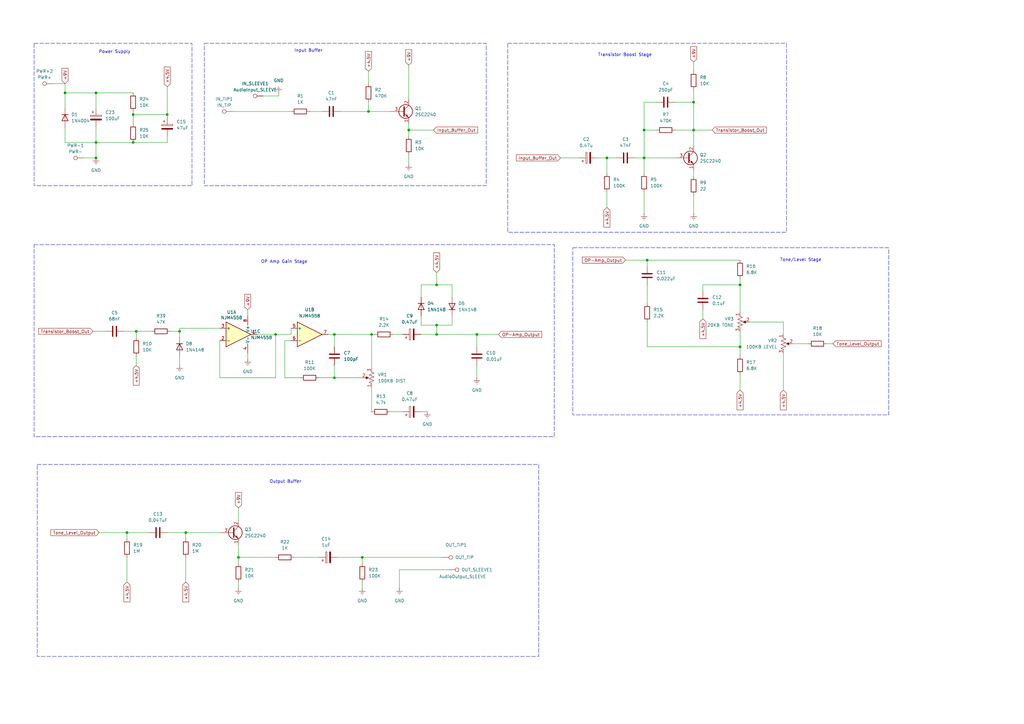
<source format=kicad_sch>
(kicad_sch (version 20250114) (generator "eeschema") (generator_version "9.0")
  (paper "A3")
  (lib_symbols
    (symbol "Amplifier_Operational:NJM4558" (pin_names (offset 0.127))
      (property "Reference" "U" (at 0 5.08 0))
      (property "Value" "NJM4558" (at 0 -5.08 0))
      (symbol "NJM4558_1_1"
        (polyline (pts (xy -5.08 5.08) (xy 5.08 0) (xy -5.08 -5.08) (xy -5.08 5.08)) (stroke (width 0.254)) (fill (type background)))
        (pin input line (at -7.62 2.54 0) (length 2.54) (name "+") (number "3"))
        (pin input line (at -7.62 -2.54 0) (length 2.54) (name "-") (number "2"))
        (pin output line (at 7.62 0 180) (length 2.54) (name "~") (number "1"))
      )
      (symbol "NJM4558_2_1"
        (polyline (pts (xy -5.08 5.08) (xy 5.08 0) (xy -5.08 -5.08) (xy -5.08 5.08)) (stroke (width 0.254)) (fill (type background)))
        (pin input line (at -7.62 2.54 0) (length 2.54) (name "+") (number "5"))
        (pin input line (at -7.62 -2.54 0) (length 2.54) (name "-") (number "6"))
        (pin output line (at 7.62 0 180) (length 2.54) (name "~") (number "7"))
      )
      (symbol "NJM4558_3_1"
        (pin power_in line (at -2.54 7.62 270) (length 3.81) (name "V+") (number "8"))
        (pin power_in line (at -2.54 -7.62 90) (length 3.81) (name "V-") (number "4"))
      )
    )
    (symbol "Connector:TestPoint" (pin_numbers (hide yes)) (pin_names (offset 0.762) (hide yes))
      (property "Reference" "TP" (at 0 6.858 0))
      (property "Value" "TestPoint" (at 0 5.08 0))
      (symbol "TestPoint_0_1"
        (circle (center 0 3.302) (radius 0.762))
      )
      (symbol "TestPoint_1_1"
        (pin passive line (at 0 0 90) (length 2.54) (name "1") (number "1"))
      )
    )
    (symbol "Device:C" (pin_numbers (hide yes)) (pin_names (offset 0.254))
      (property "Reference" "C" (at 0.635 2.54 0))
      (property "Value" "C" (at 0.635 -2.54 0))
      (symbol "C_0_1"
        (polyline (pts (xy -2.032 0.762) (xy 2.032 0.762)) (stroke (width 0.508)))
        (polyline (pts (xy -2.032 -0.762) (xy 2.032 -0.762)) (stroke (width 0.508)))
      )
      (symbol "C_1_1"
        (pin passive line (at 0 3.81 270) (length 2.794) (name "~") (number "1"))
        (pin passive line (at 0 -3.81 90) (length 2.794) (name "~") (number "2"))
      )
    )
    (symbol "Device:C_Polarized" (pin_numbers (hide yes)) (pin_names (offset 0.254))
      (property "Reference" "C" (at 0.635 2.54 0))
      (property "Value" "C_Polarized" (at 0.635 -2.54 0))
      (symbol "C_Polarized_0_1"
        (rectangle (start -2.286 0.508) (end 2.286 1.016))
        (polyline (pts (xy -1.778 2.286) (xy -0.762 2.286)))
        (polyline (pts (xy -1.27 2.794) (xy -1.27 1.778)))
        (rectangle (start 2.286 -0.508) (end -2.286 -1.016) (fill (type outline)))
      )
      (symbol "C_Polarized_1_1"
        (pin passive line (at 0 3.81 270) (length 2.794) (name "~") (number "1"))
        (pin passive line (at 0 -3.81 90) (length 2.794) (name "~") (number "2"))
      )
    )
    (symbol "Device:D" (pin_numbers (hide yes)) (pin_names (offset 1.016) (hide yes))
      (property "Reference" "D" (at 0 2.54 0))
      (property "Value" "D" (at 0 -2.54 0))
      (symbol "D_0_1"
        (polyline (pts (xy -1.27 1.27) (xy -1.27 -1.27)) (stroke (width 0.254)))
        (polyline (pts (xy 1.27 1.27) (xy 1.27 -1.27) (xy -1.27 0) (xy 1.27 1.27)) (stroke (width 0.254)))
        (polyline (pts (xy 1.27 0) (xy -1.27 0)))
      )
      (symbol "D_1_1"
        (pin passive line (at -3.81 0 0) (length 2.54) (name "K") (number "1"))
        (pin passive line (at 3.81 0 180) (length 2.54) (name "A") (number "2"))
      )
    )
    (symbol "Device:R" (pin_numbers (hide yes)) (pin_names (offset 0))
      (property "Reference" "R" (at 2.032 0 90))
      (property "Value" "R" (at 0 0 90))
      (symbol "R_0_1"
        (rectangle (start -1.016 -2.54) (end 1.016 2.54) (stroke (width 0.254)))
      )
      (symbol "R_1_1"
        (pin passive line (at 0 3.81 270) (length 1.27) (name "~") (number "1"))
        (pin passive line (at 0 -3.81 90) (length 1.27) (name "~") (number "2"))
      )
    )
    (symbol "Device:R_Potentiometer_US" (pin_names (offset 1.016) (hide yes))
      (property "Reference" "RV" (at -4.445 0 90))
      (property "Value" "R_Potentiometer_US" (at -2.54 0 90))
      (symbol "R_Potentiometer_US_0_1"
        (polyline (pts (xy 0 2.54) (xy 0 2.286)))
        (polyline (pts (xy 0 2.286) (xy 1.016 1.905) (xy 0 1.524) (xy -1.016 1.143) (xy 0 0.762)))
        (polyline (pts (xy 0 0.762) (xy 1.016 0.381) (xy 0 0) (xy -1.016 -0.381) (xy 0 -0.762)))
        (polyline (pts (xy 0 -0.762) (xy 1.016 -1.143) (xy 0 -1.524) (xy -1.016 -1.905) (xy 0 -2.286)))
        (polyline (pts (xy 0 -2.286) (xy 0 -2.54)))
        (polyline (pts (xy 1.143 0) (xy 2.286 0.508) (xy 2.286 -0.508) (xy 1.143 0)) (fill (type outline)))
        (polyline (pts (xy 2.54 0) (xy 1.524 0)))
      )
      (symbol "R_Potentiometer_US_1_1"
        (pin passive line (at 0 3.81 270) (length 1.27) (name "1") (number "1"))
        (pin passive line (at 0 -3.81 90) (length 1.27) (name "3") (number "3"))
        (pin passive line (at 3.81 0 180) (length 1.27) (name "2") (number "2"))
      )
    )
    (symbol "Transistor_BJT:2SC1815" (pin_names (offset 0) (hide yes))
      (property "Reference" "Q" (at 5.08 1.905 0))
      (property "Value" "2SC1815" (at 5.08 0 0))
      (symbol "2SC1815_0_1"
        (polyline (pts (xy 0 0) (xy 0.508 0)))
        (polyline (pts (xy 0.635 1.905) (xy 0.635 -1.905) (xy 0.635 -1.905)) (stroke (width 0.508)))
        (polyline (pts (xy 0.635 0.635) (xy 2.54 2.54)))
        (polyline (pts (xy 0.635 -0.635) (xy 2.54 -2.54) (xy 2.54 -2.54)))
        (circle (center 1.27 0) (radius 2.8194) (stroke (width 0.254)))
        (polyline (pts (xy 1.27 -1.778) (xy 1.778 -1.27) (xy 2.286 -2.286) (xy 1.27 -1.778) (xy 1.27 -1.778)) (fill (type outline)))
      )
      (symbol "2SC1815_1_1"
        (pin input line (at -5.08 0 0) (length 5.08) (name "B") (number "3"))
        (pin passive line (at 2.54 5.08 270) (length 2.54) (name "C") (number "2"))
        (pin passive line (at 2.54 -5.08 90) (length 2.54) (name "E") (number "1"))
      )
    )
    (symbol "power:Earth" (power) (pin_numbers (hide yes)) (pin_names (offset 0) (hide yes))
      (property "Value" "Earth" (at 0 -3.81 0))
      (symbol "Earth_0_1"
        (polyline (pts (xy -0.635 -1.905) (xy 0.635 -1.905)))
        (polyline (pts (xy -0.127 -2.54) (xy 0.127 -2.54)))
        (polyline (pts (xy 0 -1.27) (xy 0 0)))
        (polyline (pts (xy 1.27 -1.27) (xy -1.27 -1.27)))
      )
      (symbol "Earth_1_1"
        (pin power_in line (at 0 0 270) (length 0) (name "~") (number "1"))
      )
    )
  )
  (rectangle (start 13.97 100.33) (end 227.33 179.07) (stroke (width 0) (type dash)))
  (rectangle (start 13.97 17.78) (end 78.74 76.2) (stroke (width 0) (type dash)))
  (rectangle (start 208.28 17.78) (end 322.58 95.25) (stroke (width 0) (type dash)))
  (rectangle (start 83.82 17.78) (end 199.39 76.2) (stroke (width 0) (type dash)))
  (rectangle (start 15.24 190.5) (end 220.98 269.24) (stroke (width 0) (type dash)))
  (rectangle (start 234.95 101.6) (end 364.49 170.18) (stroke (width 0) (type dash)))
  (text "Transistor Boost Stage\n" (at 256.286 22.606 0) (effects (font (size 1.27 1.27))))
  (text "Tone/Level Stage\n" (at 328.422 106.68 0) (effects (font (size 1.27 1.27))))
  (text "Input Buffer\n" (at 126.492 20.828 0) (effects (font (size 1.27 1.27))))
  (text "OP Amp Gain Stage\n" (at 116.586 107.442 0) (effects (font (size 1.27 1.27))))
  (text "Power Supply\n" (at 46.99 21.336 0) (effects (font (size 1.27 1.27))))
  (text "Output Buffer" (at 117.094 197.612 0) (effects (font (size 1.27 1.27))))
  (junction (at 248.92 64.77))
  (junction (at 26.67 38.1))
  (junction (at 284.48 53.34))
  (junction (at 152.4 137.16))
  (junction (at 151.13 45.72))
  (junction (at 52.07 218.44))
  (junction (at 179.07 116.84))
  (junction (at 167.64 53.34))
  (junction (at 137.16 137.16))
  (junction (at 303.53 116.84))
  (junction (at 76.2 218.44))
  (junction (at 54.61 46.99))
  (junction (at 73.66 135.89))
  (junction (at 55.88 135.89))
  (junction (at 264.16 64.77))
  (junction (at 148.59 228.6))
  (junction (at 113.03 137.16))
  (junction (at 265.43 106.68))
  (junction (at 179.07 133.35))
  (junction (at 54.61 58.42))
  (junction (at 97.79 228.6))
  (junction (at 68.58 46.99))
  (junction (at 39.37 64.77))
  (junction (at 264.16 53.34))
  (junction (at 137.16 154.94))
  (junction (at 284.48 41.91))
  (junction (at 195.58 137.16))
  (junction (at 303.53 142.24))
  (junction (at 179.07 137.16))
  (junction (at 39.37 38.1))
  (junction (at 39.37 58.42))
  (wire (pts (xy 167.64 26.67) (xy 167.64 40.64)))
  (wire (pts (xy 264.16 64.77) (xy 264.16 71.12)))
  (wire (pts (xy 54.61 45.72) (xy 54.61 46.99)))
  (wire (pts (xy 119.38 137.16) (xy 119.38 134.62)))
  (wire (pts (xy 116.84 139.7) (xy 116.84 154.94)))
  (wire (pts (xy 139.7 45.72) (xy 151.13 45.72)))
  (wire (pts (xy 76.2 218.44) (xy 76.2 220.98)))
  (wire (pts (xy 256.54 106.68) (xy 265.43 106.68)))
  (wire (pts (xy 284.48 36.83) (xy 284.48 41.91)))
  (wire (pts (xy 288.29 127) (xy 288.29 130.81)))
  (wire (pts (xy 265.43 116.84) (xy 265.43 124.46)))
  (wire (pts (xy 55.88 135.89) (xy 62.23 135.89)))
  (wire (pts (xy 119.38 139.7) (xy 116.84 139.7)))
  (wire (pts (xy 167.64 53.34) (xy 177.8 53.34)))
  (wire (pts (xy 101.6 127) (xy 101.6 129.54)))
  (wire (pts (xy 52.07 218.44) (xy 52.07 220.98)))
  (wire (pts (xy 55.88 135.89) (xy 55.88 138.43)))
  (wire (pts (xy 52.07 218.44) (xy 60.96 218.44)))
  (wire (pts (xy 179.07 116.84) (xy 185.42 116.84)))
  (wire (pts (xy 151.13 29.21) (xy 151.13 34.29)))
  (wire (pts (xy 137.16 154.94) (xy 148.59 154.94)))
  (wire (pts (xy 229.87 64.77) (xy 237.49 64.77)))
  (wire (pts (xy 26.67 34.29) (xy 26.67 38.1)))
  (wire (pts (xy 260.35 64.77) (xy 264.16 64.77)))
  (wire (pts (xy 40.64 218.44) (xy 52.07 218.44)))
  (wire (pts (xy 264.16 78.74) (xy 264.16 87.63)))
  (wire (pts (xy 90.17 139.7) (xy 90.17 154.94)))
  (wire (pts (xy 288.29 116.84) (xy 303.53 116.84)))
  (wire (pts (xy 105.41 137.16) (xy 113.03 137.16)))
  (wire (pts (xy 148.59 228.6) (xy 148.59 231.14)))
  (wire (pts (xy 288.29 119.38) (xy 288.29 116.84)))
  (wire (pts (xy 50.8 135.89) (xy 55.88 135.89)))
  (wire (pts (xy 265.43 106.68) (xy 265.43 109.22)))
  (wire (pts (xy 269.24 53.34) (xy 264.16 53.34)))
  (wire (pts (xy 248.92 78.74) (xy 248.92 85.09)))
  (wire (pts (xy 284.48 41.91) (xy 284.48 53.34)))
  (wire (pts (xy 276.86 53.34) (xy 284.48 53.34)))
  (wire (pts (xy 339.09 140.97) (xy 341.63 140.97)))
  (wire (pts (xy 303.53 116.84) (xy 303.53 128.27)))
  (wire (pts (xy 160.02 168.91) (xy 165.1 168.91)))
  (wire (pts (xy 179.07 133.35) (xy 179.07 137.16)))
  (wire (pts (xy 26.67 34.29) (xy 21.59 34.29)))
  (wire (pts (xy 137.16 137.16) (xy 137.16 142.24)))
  (wire (pts (xy 284.48 25.4) (xy 284.48 29.21)))
  (wire (pts (xy 73.66 146.05) (xy 73.66 149.86)))
  (wire (pts (xy 151.13 45.72) (xy 160.02 45.72)))
  (wire (pts (xy 69.85 135.89) (xy 73.66 135.89)))
  (wire (pts (xy 167.64 53.34) (xy 167.64 55.88)))
  (wire (pts (xy 90.17 134.62) (xy 73.66 134.62)))
  (wire (pts (xy 179.07 111.76) (xy 179.07 116.84)))
  (wire (pts (xy 179.07 133.35) (xy 185.42 133.35)))
  (wire (pts (xy 76.2 218.44) (xy 90.17 218.44)))
  (wire (pts (xy 284.48 80.01) (xy 284.48 87.63)))
  (wire (pts (xy 161.29 137.16) (xy 165.1 137.16)))
  (wire (pts (xy 26.67 58.42) (xy 39.37 58.42)))
  (wire (pts (xy 137.16 149.86) (xy 137.16 154.94)))
  (wire (pts (xy 55.88 146.05) (xy 55.88 149.86)))
  (wire (pts (xy 68.58 35.56) (xy 68.58 46.99)))
  (wire (pts (xy 38.1 135.89) (xy 43.18 135.89)))
  (wire (pts (xy 107.95 39.37) (xy 114.3 39.37)))
  (wire (pts (xy 321.31 144.78) (xy 321.31 160.02)))
  (wire (pts (xy 54.61 46.99) (xy 54.61 50.8)))
  (wire (pts (xy 101.6 144.78) (xy 101.6 147.32)))
  (wire (pts (xy 269.24 41.91) (xy 264.16 41.91)))
  (wire (pts (xy 127 45.72) (xy 132.08 45.72)))
  (wire (pts (xy 172.72 121.92) (xy 172.72 116.84)))
  (wire (pts (xy 97.79 208.28) (xy 97.79 213.36)))
  (wire (pts (xy 39.37 58.42) (xy 39.37 64.77)))
  (wire (pts (xy 54.61 38.1) (xy 39.37 38.1)))
  (wire (pts (xy 134.62 137.16) (xy 137.16 137.16)))
  (wire (pts (xy 34.29 64.77) (xy 39.37 64.77)))
  (wire (pts (xy 184.15 233.68) (xy 163.83 233.68)))
  (wire (pts (xy 39.37 38.1) (xy 26.67 38.1)))
  (wire (pts (xy 284.48 53.34) (xy 292.1 53.34)))
  (wire (pts (xy 276.86 41.91) (xy 284.48 41.91)))
  (wire (pts (xy 303.53 114.3) (xy 303.53 116.84)))
  (wire (pts (xy 163.83 233.68) (xy 163.83 241.3)))
  (wire (pts (xy 73.66 135.89) (xy 73.66 138.43)))
  (wire (pts (xy 284.48 53.34) (xy 284.48 59.69)))
  (wire (pts (xy 265.43 106.68) (xy 303.53 106.68)))
  (wire (pts (xy 195.58 137.16) (xy 204.47 137.16)))
  (wire (pts (xy 172.72 129.54) (xy 172.72 133.35)))
  (wire (pts (xy 120.65 228.6) (xy 130.81 228.6)))
  (wire (pts (xy 303.53 142.24) (xy 303.53 135.89)))
  (wire (pts (xy 73.66 134.62) (xy 73.66 135.89)))
  (wire (pts (xy 39.37 58.42) (xy 54.61 58.42)))
  (wire (pts (xy 179.07 137.16) (xy 195.58 137.16)))
  (wire (pts (xy 97.79 223.52) (xy 97.79 228.6)))
  (wire (pts (xy 152.4 137.16) (xy 153.67 137.16)))
  (wire (pts (xy 303.53 142.24) (xy 303.53 146.05)))
  (wire (pts (xy 130.81 154.94) (xy 137.16 154.94)))
  (wire (pts (xy 172.72 116.84) (xy 179.07 116.84)))
  (wire (pts (xy 265.43 132.08) (xy 265.43 142.24)))
  (wire (pts (xy 54.61 46.99) (xy 68.58 46.99)))
  (wire (pts (xy 172.72 137.16) (xy 179.07 137.16)))
  (wire (pts (xy 185.42 133.35) (xy 185.42 129.54)))
  (wire (pts (xy 76.2 228.6) (xy 76.2 238.76)))
  (wire (pts (xy 172.72 168.91) (xy 175.26 168.91)))
  (wire (pts (xy 195.58 149.86) (xy 195.58 154.94)))
  (wire (pts (xy 116.84 154.94) (xy 123.19 154.94)))
  (wire (pts (xy 95.25 45.72) (xy 119.38 45.72)))
  (wire (pts (xy 307.34 132.08) (xy 321.31 132.08)))
  (wire (pts (xy 90.17 154.94) (xy 113.03 154.94)))
  (wire (pts (xy 97.79 228.6) (xy 97.79 231.14)))
  (wire (pts (xy 138.43 228.6) (xy 148.59 228.6)))
  (wire (pts (xy 26.67 38.1) (xy 26.67 44.45)))
  (wire (pts (xy 113.03 154.94) (xy 113.03 137.16)))
  (wire (pts (xy 97.79 228.6) (xy 113.03 228.6)))
  (wire (pts (xy 303.53 153.67) (xy 303.53 160.02)))
  (wire (pts (xy 113.03 137.16) (xy 119.38 137.16)))
  (wire (pts (xy 264.16 64.77) (xy 276.86 64.77)))
  (wire (pts (xy 152.4 158.75) (xy 152.4 168.91)))
  (wire (pts (xy 137.16 137.16) (xy 152.4 137.16)))
  (wire (pts (xy 264.16 41.91) (xy 264.16 53.34)))
  (wire (pts (xy 39.37 52.07) (xy 39.37 58.42)))
  (wire (pts (xy 39.37 38.1) (xy 39.37 44.45)))
  (wire (pts (xy 151.13 41.91) (xy 151.13 45.72)))
  (wire (pts (xy 172.72 133.35) (xy 179.07 133.35)))
  (wire (pts (xy 195.58 137.16) (xy 195.58 142.24)))
  (wire (pts (xy 321.31 132.08) (xy 321.31 137.16)))
  (wire (pts (xy 245.11 64.77) (xy 248.92 64.77)))
  (wire (pts (xy 68.58 58.42) (xy 68.58 55.88)))
  (wire (pts (xy 114.3 39.37) (xy 114.3 38.1)))
  (wire (pts (xy 248.92 64.77) (xy 252.73 64.77)))
  (wire (pts (xy 148.59 228.6) (xy 181.61 228.6)))
  (wire (pts (xy 264.16 53.34) (xy 264.16 64.77)))
  (wire (pts (xy 167.64 50.8) (xy 167.64 53.34)))
  (wire (pts (xy 52.07 228.6) (xy 52.07 238.76)))
  (wire (pts (xy 68.58 46.99) (xy 68.58 48.26)))
  (wire (pts (xy 167.64 63.5) (xy 167.64 67.31)))
  (wire (pts (xy 26.67 52.07) (xy 26.67 58.42)))
  (wire (pts (xy 185.42 116.84) (xy 185.42 121.92)))
  (wire (pts (xy 68.58 58.42) (xy 54.61 58.42)))
  (wire (pts (xy 325.12 140.97) (xy 331.47 140.97)))
  (wire (pts (xy 248.92 64.77) (xy 248.92 71.12)))
  (wire (pts (xy 97.79 238.76) (xy 97.79 241.3)))
  (wire (pts (xy 265.43 142.24) (xy 303.53 142.24)))
  (wire (pts (xy 148.59 238.76) (xy 148.59 241.3)))
  (wire (pts (xy 68.58 218.44) (xy 76.2 218.44)))
  (wire (pts (xy 152.4 137.16) (xy 152.4 151.13)))
  (wire (pts (xy 284.48 69.85) (xy 284.48 72.39)))
  (global_label "Tone_Level_Output" (shape input) (at 341.63 140.97 0) (property "Intersheetrefs" "${INTERSHEET_REFS}" (effects (hide yes))))
  (global_label "+4.5V" (shape input) (at 68.58 35.56 90) (property "Intersheetrefs" "${INTERSHEET_REFS}" (effects (hide yes))))
  (global_label "+4.5V" (shape input) (at 179.07 111.76 90) (property "Intersheetrefs" "${INTERSHEET_REFS}" (effects (hide yes))))
  (global_label "+9V" (shape input) (at 101.6 127 90) (property "Intersheetrefs" "${INTERSHEET_REFS}" (effects (hide yes))))
  (global_label "Transistor_Boost_Out" (shape input) (at 292.1 53.34 0) (property "Intersheetrefs" "${INTERSHEET_REFS}" (effects (hide yes))))
  (global_label "+4.5V" (shape input) (at 303.53 160.02 270) (property "Intersheetrefs" "${INTERSHEET_REFS}" (effects (hide yes))))
  (global_label "+4.5V" (shape input) (at 52.07 238.76 270) (property "Intersheetrefs" "${INTERSHEET_REFS}" (effects (hide yes))))
  (global_label "+9V" (shape input) (at 167.64 26.67 90) (property "Intersheetrefs" "${INTERSHEET_REFS}" (effects (hide yes))))
  (global_label "OP-Amp_Output" (shape input) (at 256.54 106.68 180) (property "Intersheetrefs" "${INTERSHEET_REFS}" (effects (hide yes))))
  (global_label "+9V" (shape input) (at 284.48 25.4 90) (property "Intersheetrefs" "${INTERSHEET_REFS}" (effects (hide yes))))
  (global_label "Transistor_Boost_Out" (shape input) (at 38.1 135.89 180) (property "Intersheetrefs" "${INTERSHEET_REFS}" (effects (hide yes))))
  (global_label "+4.5V" (shape input) (at 321.31 160.02 270) (property "Intersheetrefs" "${INTERSHEET_REFS}" (effects (hide yes))))
  (global_label "+9V" (shape input) (at 97.79 208.28 90) (property "Intersheetrefs" "${INTERSHEET_REFS}" (effects (hide yes))))
  (global_label "Tone_Level_Output" (shape input) (at 40.64 218.44 180) (property "Intersheetrefs" "${INTERSHEET_REFS}" (effects (hide yes))))
  (global_label "+4.5V" (shape input) (at 288.29 130.81 270) (property "Intersheetrefs" "${INTERSHEET_REFS}" (effects (hide yes))))
  (global_label "+4.5V" (shape input) (at 151.13 29.21 90) (property "Intersheetrefs" "${INTERSHEET_REFS}" (effects (hide yes))))
  (global_label "OP-Amp_Output" (shape input) (at 204.47 137.16 0) (property "Intersheetrefs" "${INTERSHEET_REFS}" (effects (hide yes))))
  (global_label "+4.5V" (shape input) (at 55.88 149.86 270) (property "Intersheetrefs" "${INTERSHEET_REFS}" (effects (hide yes))))
  (global_label "Input_Buffer_Out" (shape input) (at 229.87 64.77 180) (property "Intersheetrefs" "${INTERSHEET_REFS}" (effects (hide yes))))
  (global_label "+4.5V" (shape input) (at 76.2 238.76 270) (property "Intersheetrefs" "${INTERSHEET_REFS}" (effects (hide yes))))
  (global_label "+4.5V" (shape input) (at 248.92 85.09 270) (property "Intersheetrefs" "${INTERSHEET_REFS}" (effects (hide yes))))
  (global_label "Input_Buffer_Out" (shape input) (at 177.8 53.34 0) (property "Intersheetrefs" "${INTERSHEET_REFS}" (effects (hide yes))))
  (global_label "+9V" (shape input) (at 26.67 34.29 90) (property "Intersheetrefs" "${INTERSHEET_REFS}" (effects (hide yes))))
  (symbol (lib_id "Device:R") (at 97.79 234.95 0) (unit 1)
    (property "Reference" "R21" (at 100.33 233.6799 0) (effects (justify left)))
    (property "Value" "10K" (at 100.33 236.2199 0) (effects (justify left)))
    (property "Footprint" "Resistor_THT:R_Axial_DIN0207_L6.3mm_D2.5mm_P10.16mm_Horizontal" (effects (hide yes)))
    (property "Description" "Resistor" (effects (hide yes)))
  )
  (symbol (lib_id "Device:R") (at 335.28 140.97 90) (unit 1)
    (property "Reference" "R18" (at 335.28 134.62 90))
    (property "Value" "10K" (at 335.28 137.16 90))
    (property "Footprint" "Resistor_THT:R_Axial_DIN0207_L6.3mm_D2.5mm_P10.16mm_Horizontal" (effects (hide yes)))
    (property "Description" "Resistor" (effects (hide yes)))
  )
  (symbol (lib_id "power:Earth") (at 284.48 87.63 0) (unit 1)
    (property "Reference" "#PWR05" (effects (hide yes)))
    (property "Value" "GND" (at 284.48 92.71 0))
    (property "Description" "Power symbol creates a global label with name \"Earth\"" (effects (hide yes)))
  )
  (symbol (lib_id "Device:R") (at 303.53 149.86 0) (unit 1)
    (property "Reference" "R17" (at 306.07 148.5899 0) (effects (justify left)))
    (property "Value" "6.8K" (at 306.07 151.1299 0) (effects (justify left)))
    (property "Footprint" "Resistor_THT:R_Axial_DIN0207_L6.3mm_D2.5mm_P10.16mm_Horizontal" (effects (hide yes)))
    (property "Description" "Resistor" (effects (hide yes)))
  )
  (symbol (lib_id "Device:C") (at 195.58 146.05 180) (unit 1)
    (property "Reference" "C10" (at 199.39 144.7799 0) (effects (justify right)))
    (property "Value" "0.01uF" (at 199.39 147.3199 0) (effects (justify right)))
    (property "Footprint" "Capacitor_THT:C_Disc_D5.0mm_W2.5mm_P2.50mm" (effects (hide yes)))
    (property "Description" "Unpolarized capacitor" (effects (hide yes)))
  )
  (symbol (lib_id "Device:R") (at 157.48 137.16 270) (unit 1)
    (property "Reference" "R14" (at 157.48 130.81 90))
    (property "Value" "2.2K" (at 157.48 133.35 90))
    (property "Footprint" "Resistor_THT:R_Axial_DIN0207_L6.3mm_D2.5mm_P10.16mm_Horizontal" (effects (hide yes)))
    (property "Description" "Resistor" (effects (hide yes)))
  )
  (symbol (lib_id "power:Earth") (at 163.83 241.3 0) (unit 1)
    (property "Reference" "#PWR010" (effects (hide yes)))
    (property "Value" "GND" (at 163.83 246.38 0))
    (property "Description" "Power symbol creates a global label with name \"Earth\"" (effects (hide yes)))
  )
  (symbol (lib_id "power:Earth") (at 101.6 147.32 0) (unit 1)
    (property "Reference" "#PWR07" (effects (hide yes)))
    (property "Value" "GND" (at 101.6 152.4 0))
    (property "Description" "Power symbol creates a global label with name \"Earth\"" (effects (hide yes)))
  )
  (symbol (lib_id "Device:R") (at 273.05 53.34 270) (unit 1)
    (property "Reference" "R7" (at 273.05 46.99 90))
    (property "Value" "470K" (at 273.05 49.53 90))
    (property "Footprint" "Resistor_THT:R_Axial_DIN0207_L6.3mm_D2.5mm_P10.16mm_Horizontal" (effects (hide yes)))
    (property "Description" "Resistor" (effects (hide yes)))
  )
  (symbol (lib_id "Connector:TestPoint") (at 34.29 64.77 90) (unit 1)
    (property "Reference" "PWR-1" (at 30.988 59.69 90))
    (property "Value" "PWR-" (at 30.988 62.23 90))
    (property "Footprint" "TestPoint:TestPoint_THTPad_2.5x2.5mm_Drill1.2mm" (effects (hide yes)))
    (property "Description" "test point" (effects (hide yes)))
  )
  (symbol (lib_id "Connector:TestPoint") (at 21.59 34.29 90) (unit 1)
    (property "Reference" "PWR+2" (at 18.288 29.21 90))
    (property "Value" "PWR+" (at 18.288 31.75 90))
    (property "Footprint" "TestPoint:TestPoint_THTPad_2.5x2.5mm_Drill1.2mm" (effects (hide yes)))
    (property "Description" "test point" (effects (hide yes)))
  )
  (symbol (lib_id "Device:R") (at 167.64 59.69 180) (unit 1)
    (property "Reference" "R3" (at 170.18 58.4199 0) (effects (justify right)))
    (property "Value" "10K" (at 170.18 60.9599 0) (effects (justify right)))
    (property "Footprint" "Resistor_THT:R_Axial_DIN0207_L6.3mm_D2.5mm_P10.16mm_Horizontal" (effects (hide yes)))
    (property "Description" "Resistor" (effects (hide yes)))
  )
  (symbol (lib_id "Amplifier_Operational:NJM4558") (at 104.14 137.16 0) (unit 3)
    (property "Reference" "U1" (at 102.87 135.8899 0) (effects (justify left)))
    (property "Value" "NJM4558" (at 102.87 138.4299 0) (effects (justify left)))
    (property "Footprint" "Package_SIP:SIP-8_19x3mm_P2.54mm" (effects (hide yes)))
    (property "Datasheet" "http://www.njr.com/semicon/PDF/NJM4558_NJM4559_E.pdf" (effects (hide yes)))
    (property "Description" "Dual Operational Amplifier, DIP-8/DMP-8/SIP-8/SOP-8/SSOP-8" (effects (hide yes)))
  )
  (symbol (lib_id "Device:R") (at 116.84 228.6 90) (unit 1)
    (property "Reference" "R22" (at 116.84 222.25 90))
    (property "Value" "1K" (at 116.84 224.79 90))
    (property "Footprint" "Resistor_THT:R_Axial_DIN0207_L6.3mm_D2.5mm_P10.16mm_Horizontal" (effects (hide yes)))
    (property "Description" "Resistor" (effects (hide yes)))
  )
  (symbol (lib_id "Device:R_Potentiometer_US") (at 321.31 140.97 0) (unit 1)
    (property "Reference" "VR2" (at 318.77 139.6999 0) (effects (justify right)))
    (property "Value" "100KB LEVEL" (at 318.77 142.2399 0) (effects (justify right)))
    (property "Footprint" "pot:POT" (effects (hide yes)))
    (property "Description" "Potentiometer, US symbol" (effects (hide yes)))
  )
  (symbol (lib_id "Connector:TestPoint") (at 184.15 233.68 270) (unit 1)
    (property "Reference" "OUT_SLEEVE1" (at 189.23 233.68 90) (effects (justify left)))
    (property "Value" "AudioOutput_SLEEVE" (at 180.086 236.474 90) (effects (justify left)))
    (property "Footprint" "TestPoint:TestPoint_THTPad_2.5x2.5mm_Drill1.2mm" (effects (hide yes)))
    (property "Description" "test point" (effects (hide yes)))
  )
  (symbol (lib_id "power:Earth") (at 114.3 38.1 180) (unit 1)
    (property "Reference" "#PWR02" (effects (hide yes)))
    (property "Value" "GND" (at 114.3 33.02 0))
    (property "Description" "Power symbol creates a global label with name \"Earth\"" (effects (hide yes)))
  )
  (symbol (lib_id "Device:C_Polarized") (at 39.37 48.26 0) (unit 1)
    (property "Reference" "C23" (at 43.18 46.1009 0) (effects (justify left)))
    (property "Value" "100uF" (at 43.18 48.6409 0) (effects (justify left)))
    (property "Footprint" "Capacitor_THT:CP_Radial_D5.0mm_P2.50mm" (effects (hide yes)))
    (property "Description" "Polarized capacitor" (effects (hide yes)))
  )
  (symbol (lib_id "Transistor_BJT:2SC1815") (at 95.25 218.44 0) (unit 1)
    (property "Reference" "Q3" (at 100.33 217.1699 0) (effects (justify left)))
    (property "Value" "2SC2240" (at 100.33 219.7099 0) (effects (justify left)))
    (property "Footprint" "Package_TO_SOT_THT:TO-92_Inline" (effects (hide yes)))
    (property "Datasheet" "https://media.digikey.com/pdf/Data%20Sheets/Toshiba%20PDFs/2SC1815.pdf" (effects (hide yes)))
    (property "Description" "0.15A Ic, 50V Vce, Low Noise Audio NPN Transistor, TO-92" (effects (hide yes)))
  )
  (symbol (lib_id "Device:C_Polarized") (at 168.91 168.91 90) (unit 1)
    (property "Reference" "C8" (at 168.021 161.29 90))
    (property "Value" "0.47uF" (at 168.021 163.83 90))
    (property "Footprint" "Capacitor_THT:CP_Radial_D5.0mm_P2.50mm" (effects (hide yes)))
    (property "Description" "Polarized capacitor" (effects (hide yes)))
  )
  (symbol (lib_id "Transistor_BJT:2SC1815") (at 281.94 64.77 0) (unit 1)
    (property "Reference" "Q2" (at 287.02 63.4999 0) (effects (justify left)))
    (property "Value" "2SC2240" (at 287.02 66.0399 0) (effects (justify left)))
    (property "Footprint" "Package_TO_SOT_THT:TO-92_Inline" (effects (hide yes)))
    (property "Datasheet" "https://media.digikey.com/pdf/Data%20Sheets/Toshiba%20PDFs/2SC1815.pdf" (effects (hide yes)))
    (property "Description" "0.15A Ic, 50V Vce, Low Noise Audio NPN Transistor, TO-92" (effects (hide yes)))
  )
  (symbol (lib_id "Device:C") (at 265.43 113.03 180) (unit 1)
    (property "Reference" "C11" (at 269.24 111.7599 0) (effects (justify right)))
    (property "Value" "0.022uF" (at 269.24 114.2999 0) (effects (justify right)))
    (property "Footprint" "Capacitor_THT:C_Disc_D5.0mm_W2.5mm_P2.50mm" (effects (hide yes)))
    (property "Description" "Unpolarized capacitor" (effects (hide yes)))
  )
  (symbol (lib_id "Amplifier_Operational:NJM4558") (at 97.79 137.16 0) (unit 1)
    (property "Reference" "U1" (at 94.996 128.016 0))
    (property "Value" "NJM4558" (at 94.996 130.302 0))
    (property "Footprint" "Package_SIP:SIP-8_19x3mm_P2.54mm" (effects (hide yes)))
    (property "Datasheet" "http://www.njr.com/semicon/PDF/NJM4558_NJM4559_E.pdf" (effects (hide yes)))
    (property "Description" "Dual Operational Amplifier, DIP-8/DMP-8/SIP-8/SOP-8/SSOP-8" (effects (hide yes)))
  )
  (symbol (lib_id "Device:C") (at 256.54 64.77 90) (unit 1)
    (property "Reference" "C3" (at 256.54 57.15 90))
    (property "Value" "47nF" (at 256.54 59.69 90))
    (property "Footprint" "Capacitor_THT:C_Disc_D5.0mm_W2.5mm_P2.50mm" (effects (hide yes)))
    (property "Description" "Unpolarized capacitor" (effects (hide yes)))
  )
  (symbol (lib_id "Connector:TestPoint") (at 181.61 228.6 270) (unit 1)
    (property "Reference" "OUT_TIP1" (at 182.626 223.52 90) (effects (justify left)))
    (property "Value" "OUT_TIP" (at 186.69 228.6 90) (effects (justify left)))
    (property "Footprint" "TestPoint:TestPoint_THTPad_2.5x2.5mm_Drill1.2mm" (effects (hide yes)))
    (property "Description" "test point" (effects (hide yes)))
  )
  (symbol (lib_id "Device:R") (at 151.13 38.1 180) (unit 1)
    (property "Reference" "R2" (at 153.67 36.8299 0) (effects (justify right)))
    (property "Value" "470K" (at 153.67 39.3699 0) (effects (justify right)))
    (property "Footprint" "Resistor_THT:R_Axial_DIN0207_L6.3mm_D2.5mm_P10.16mm_Horizontal" (effects (hide yes)))
    (property "Description" "Resistor" (effects (hide yes)))
  )
  (symbol (lib_id "Transistor_BJT:2SC1815") (at 165.1 45.72 0) (unit 1)
    (property "Reference" "Q1" (at 170.18 44.4499 0) (effects (justify left)))
    (property "Value" "2SC2240" (at 170.18 46.9899 0) (effects (justify left)))
    (property "Footprint" "Package_TO_SOT_THT:TO-92_Inline" (effects (hide yes)))
    (property "Datasheet" "https://media.digikey.com/pdf/Data%20Sheets/Toshiba%20PDFs/2SC1815.pdf" (effects (hide yes)))
    (property "Description" "0.15A Ic, 50V Vce, Low Noise Audio NPN Transistor, TO-92" (effects (hide yes)))
  )
  (symbol (lib_id "power:Earth") (at 175.26 168.91 0) (unit 1)
    (property "Reference" "#PWR08" (effects (hide yes)))
    (property "Value" "GND" (at 175.26 173.99 0))
    (property "Description" "Power symbol creates a global label with name \"Earth\"" (effects (hide yes)))
  )
  (symbol (lib_id "Device:C") (at 64.77 218.44 270) (unit 1)
    (property "Reference" "C13" (at 64.77 210.82 90))
    (property "Value" "0.047uF" (at 64.77 213.36 90))
    (property "Footprint" "Capacitor_THT:C_Disc_D5.0mm_W2.5mm_P2.50mm" (effects (hide yes)))
    (property "Description" "Unpolarized capacitor" (effects (hide yes)))
  )
  (symbol (lib_id "Device:D") (at 172.72 125.73 270) (unit 1)
    (property "Reference" "D4" (at 175.26 124.4599 90) (effects (justify left)))
    (property "Value" "1N4148" (at 175.26 126.9999 90) (effects (justify left)))
    (property "Footprint" "Diode_THT:D_DO-35_SOD27_P7.62mm_Horizontal" (effects (hide yes)))
    (property "Description" "Diode" (effects (hide yes)))
    (property "Sim.Device" "D" (effects (hide yes)))
    (property "Sim.Pins" "1=K 2=A" (effects (hide yes)))
  )
  (symbol (lib_id "Device:R") (at 55.88 142.24 180) (unit 1)
    (property "Reference" "R10" (at 58.42 140.9699 0) (effects (justify right)))
    (property "Value" "10K" (at 58.42 143.5099 0) (effects (justify right)))
    (property "Footprint" "Resistor_THT:R_Axial_DIN0207_L6.3mm_D2.5mm_P10.16mm_Horizontal" (effects (hide yes)))
    (property "Description" "Resistor" (effects (hide yes)))
  )
  (symbol (lib_id "Device:D") (at 185.42 125.73 90) (unit 1)
    (property "Reference" "D5" (at 187.96 124.4599 90) (effects (justify right)))
    (property "Value" "1N4148" (at 187.96 126.9999 90) (effects (justify right)))
    (property "Footprint" "Diode_THT:D_DO-35_SOD27_P7.62mm_Horizontal" (effects (hide yes)))
    (property "Description" "Diode" (effects (hide yes)))
    (property "Sim.Device" "D" (effects (hide yes)))
    (property "Sim.Pins" "1=K 2=A" (effects (hide yes)))
  )
  (symbol (lib_id "Device:C") (at 135.89 45.72 90) (unit 1)
    (property "Reference" "C1" (at 135.89 38.1 90))
    (property "Value" "47nF" (at 135.89 40.64 90))
    (property "Footprint" "Capacitor_THT:C_Disc_D5.0mm_W2.5mm_P2.50mm" (effects (hide yes)))
    (property "Description" "Unpolarized capacitor" (effects (hide yes)))
  )
  (symbol (lib_id "Device:R") (at 148.59 234.95 180) (unit 1)
    (property "Reference" "R23" (at 151.13 233.6799 0) (effects (justify right)))
    (property "Value" "100K" (at 151.13 236.2199 0) (effects (justify right)))
    (property "Footprint" "Resistor_THT:R_Axial_DIN0207_L6.3mm_D2.5mm_P10.16mm_Horizontal" (effects (hide yes)))
    (property "Description" "Resistor" (effects (hide yes)))
  )
  (symbol (lib_id "power:Earth") (at 148.59 241.3 0) (unit 1)
    (property "Reference" "#PWR011" (effects (hide yes)))
    (property "Value" "GND" (at 148.59 246.38 0))
    (property "Description" "Power symbol creates a global label with name \"Earth\"" (effects (hide yes)))
  )
  (symbol (lib_id "Device:R_Potentiometer_US") (at 152.4 154.94 180) (unit 1)
    (property "Reference" "VR1" (at 154.94 153.6699 0) (effects (justify right)))
    (property "Value" "100KB DIST" (at 154.94 156.2099 0) (effects (justify right)))
    (property "Footprint" "pot:POT" (effects (hide yes)))
    (property "Description" "Potentiometer, US symbol" (effects (hide yes)))
  )
  (symbol (lib_id "Device:R") (at 303.53 110.49 0) (unit 1)
    (property "Reference" "R16" (at 306.07 109.2199 0) (effects (justify left)))
    (property "Value" "6.8K" (at 306.07 111.7599 0) (effects (justify left)))
    (property "Footprint" "Resistor_THT:R_Axial_DIN0207_L6.3mm_D2.5mm_P10.16mm_Horizontal" (effects (hide yes)))
    (property "Description" "Resistor" (effects (hide yes)))
  )
  (symbol (lib_id "power:Earth") (at 195.58 154.94 0) (unit 1)
    (property "Reference" "#PWR09" (effects (hide yes)))
    (property "Value" "GND" (at 195.58 160.02 0))
    (property "Description" "Power symbol creates a global label with name \"Earth\"" (effects (hide yes)))
  )
  (symbol (lib_id "Device:R") (at 54.61 54.61 0) (unit 1)
    (property "Reference" "R25" (at 57.15 53.3399 0) (effects (justify left)))
    (property "Value" "10K" (at 57.15 55.8799 0) (effects (justify left)))
    (property "Footprint" "Resistor_THT:R_Axial_DIN0207_L6.3mm_D2.5mm_P10.16mm_Horizontal" (effects (hide yes)))
    (property "Description" "Resistor" (effects (hide yes)))
  )
  (symbol (lib_id "Device:R") (at 66.04 135.89 270) (unit 1)
    (property "Reference" "R39" (at 66.04 129.54 90))
    (property "Value" "47K" (at 66.04 132.08 90))
    (property "Footprint" "Resistor_THT:R_Axial_DIN0207_L6.3mm_D2.5mm_P10.16mm_Horizontal" (effects (hide yes)))
    (property "Description" "Resistor" (effects (hide yes)))
  )
  (symbol (lib_id "power:Earth") (at 264.16 87.63 0) (unit 1)
    (property "Reference" "#PWR04" (effects (hide yes)))
    (property "Value" "GND" (at 264.16 92.71 0))
    (property "Description" "Power symbol creates a global label with name \"Earth\"" (effects (hide yes)))
  )
  (symbol (lib_id "Device:C") (at 137.16 146.05 180) (unit 1)
    (property "Reference" "C7" (at 140.97 144.7799 0) (effects (justify right)))
    (property "Value" "100pF" (at 140.97 147.3199 0) (effects (justify right)))
    (property "Footprint" "Capacitor_THT:C_Disc_D5.0mm_W2.5mm_P2.50mm" (effects (hide yes)))
    (property "Description" "Unpolarized capacitor" (effects (hide yes)))
  )
  (symbol (lib_id "Device:C_Polarized") (at 168.91 137.16 90) (unit 1)
    (property "Reference" "C9" (at 168.021 129.54 90))
    (property "Value" "0.47uF" (at 168.021 132.08 90))
    (property "Footprint" "Capacitor_THT:CP_Radial_D5.0mm_P2.50mm" (effects (hide yes)))
    (property "Description" "Polarized capacitor" (effects (hide yes)))
  )
  (symbol (lib_id "power:Earth") (at 73.66 149.86 0) (unit 1)
    (property "Reference" "#PWR06" (effects (hide yes)))
    (property "Value" "GND" (at 73.66 154.94 0))
    (property "Description" "Power symbol creates a global label with name \"Earth\"" (effects (hide yes)))
  )
  (symbol (lib_id "Device:C_Polarized") (at 68.58 52.07 0) (unit 1)
    (property "Reference" "C15" (at 72.39 49.9109 0) (effects (justify left)))
    (property "Value" "47uF" (at 72.39 52.4509 0) (effects (justify left)))
    (property "Footprint" "Capacitor_THT:CP_Radial_D5.0mm_P2.50mm" (effects (hide yes)))
    (property "Description" "Polarized capacitor" (effects (hide yes)))
  )
  (symbol (lib_id "power:Earth") (at 167.64 67.31 0) (unit 1)
    (property "Reference" "#PWR03" (effects (hide yes)))
    (property "Value" "GND" (at 167.64 72.39 0))
    (property "Description" "Power symbol creates a global label with name \"Earth\"" (effects (hide yes)))
  )
  (symbol (lib_id "Connector:TestPoint") (at 95.25 45.72 90) (unit 1)
    (property "Reference" "IN_TIP1" (at 91.948 40.64 90))
    (property "Value" "IN_TIP" (at 91.948 43.18 90))
    (property "Footprint" "TestPoint:TestPoint_THTPad_2.5x2.5mm_Drill1.2mm" (effects (hide yes)))
    (property "Description" "test point" (effects (hide yes)))
  )
  (symbol (lib_id "Device:D") (at 26.67 48.26 270) (unit 1)
    (property "Reference" "D1" (at 29.21 46.9899 90) (effects (justify left)))
    (property "Value" "1N4004" (at 29.21 49.5299 90) (effects (justify left)))
    (property "Footprint" "Diode_THT:D_DO-35_SOD27_P7.62mm_Horizontal" (effects (hide yes)))
    (property "Description" "Diode" (effects (hide yes)))
    (property "Sim.Device" "D" (effects (hide yes)))
    (property "Sim.Pins" "1=K 2=A" (effects (hide yes)))
  )
  (symbol (lib_id "Device:R") (at 127 154.94 270) (unit 1)
    (property "Reference" "R11" (at 127 148.59 90))
    (property "Value" "100K" (at 127 151.13 90))
    (property "Footprint" "Resistor_THT:R_Axial_DIN0207_L6.3mm_D2.5mm_P10.16mm_Horizontal" (effects (hide yes)))
    (property "Description" "Resistor" (effects (hide yes)))
  )
  (symbol (lib_id "Connector:TestPoint") (at 107.95 39.37 90) (unit 1)
    (property "Reference" "IN_SLEEVE1" (at 104.648 34.29 90))
    (property "Value" "AudioInput_SLEEVE" (at 104.648 36.83 90))
    (property "Footprint" "TestPoint:TestPoint_THTPad_2.5x2.5mm_Drill1.2mm" (effects (hide yes)))
    (property "Description" "test point" (effects (hide yes)))
  )
  (symbol (lib_id "Device:R") (at 284.48 33.02 180) (unit 1)
    (property "Reference" "R8" (at 287.02 31.7499 0) (effects (justify right)))
    (property "Value" "10K" (at 287.02 34.2899 0) (effects (justify right)))
    (property "Footprint" "Resistor_THT:R_Axial_DIN0207_L6.3mm_D2.5mm_P10.16mm_Horizontal" (effects (hide yes)))
    (property "Description" "Resistor" (effects (hide yes)))
  )
  (symbol (lib_id "Device:C") (at 46.99 135.89 90) (unit 1)
    (property "Reference" "C5" (at 46.99 128.27 90))
    (property "Value" "68nF" (at 46.99 130.81 90))
    (property "Footprint" "Capacitor_THT:C_Disc_D5.0mm_W2.5mm_P2.50mm" (effects (hide yes)))
    (property "Description" "Unpolarized capacitor" (effects (hide yes)))
  )
  (symbol (lib_id "Device:C") (at 273.05 41.91 90) (unit 1)
    (property "Reference" "C4" (at 273.05 34.29 90))
    (property "Value" "250pF" (at 273.05 36.83 90))
    (property "Footprint" "Capacitor_THT:C_Disc_D5.0mm_W2.5mm_P2.50mm" (effects (hide yes)))
    (property "Description" "Unpolarized capacitor" (effects (hide yes)))
  )
  (symbol (lib_id "Device:R") (at 52.07 224.79 0) (unit 1)
    (property "Reference" "R19" (at 54.61 223.5199 0) (effects (justify left)))
    (property "Value" "1M" (at 54.61 226.0599 0) (effects (justify left)))
    (property "Footprint" "Resistor_THT:R_Axial_DIN0207_L6.3mm_D2.5mm_P10.16mm_Horizontal" (effects (hide yes)))
    (property "Description" "Resistor" (effects (hide yes)))
  )
  (symbol (lib_id "Amplifier_Operational:NJM4558") (at 127 137.16 0) (unit 2)
    (property "Reference" "U1" (at 127 127 0))
    (property "Value" "NJM4558" (at 127 129.54 0))
    (property "Footprint" "Package_SIP:SIP-8_19x3mm_P2.54mm" (effects (hide yes)))
    (property "Datasheet" "http://www.njr.com/semicon/PDF/NJM4558_NJM4559_E.pdf" (effects (hide yes)))
    (property "Description" "Dual Operational Amplifier, DIP-8/DMP-8/SIP-8/SOP-8/SSOP-8" (effects (hide yes)))
  )
  (symbol (lib_id "Device:R") (at 248.92 74.93 180) (unit 1)
    (property "Reference" "R4" (at 251.46 73.6599 0) (effects (justify right)))
    (property "Value" "100K" (at 251.46 76.1999 0) (effects (justify right)))
    (property "Footprint" "Resistor_THT:R_Axial_DIN0207_L6.3mm_D2.5mm_P10.16mm_Horizontal" (effects (hide yes)))
    (property "Description" "Resistor" (effects (hide yes)))
  )
  (symbol (lib_id "Device:C") (at 288.29 123.19 180) (unit 1)
    (property "Reference" "C12" (at 292.1 121.9199 0) (effects (justify right)))
    (property "Value" "0.1uF" (at 292.1 124.4599 0) (effects (justify right)))
    (property "Footprint" "Capacitor_THT:C_Disc_D5.0mm_W2.5mm_P2.50mm" (effects (hide yes)))
    (property "Description" "Unpolarized capacitor" (effects (hide yes)))
  )
  (symbol (lib_id "Device:R") (at 284.48 76.2 180) (unit 1)
    (property "Reference" "R9" (at 287.02 74.9299 0) (effects (justify right)))
    (property "Value" "22" (at 287.02 77.4699 0) (effects (justify right)))
    (property "Footprint" "Resistor_THT:R_Axial_DIN0207_L6.3mm_D2.5mm_P10.16mm_Horizontal" (effects (hide yes)))
    (property "Description" "Resistor" (effects (hide yes)))
  )
  (symbol (lib_id "Device:R") (at 265.43 128.27 0) (unit 1)
    (property "Reference" "R15" (at 267.97 126.9999 0) (effects (justify left)))
    (property "Value" "2.2K" (at 267.97 129.5399 0) (effects (justify left)))
    (property "Footprint" "Resistor_THT:R_Axial_DIN0207_L6.3mm_D2.5mm_P10.16mm_Horizontal" (effects (hide yes)))
    (property "Description" "Resistor" (effects (hide yes)))
  )
  (symbol (lib_id "Device:R_Potentiometer_US") (at 303.53 132.08 0) (unit 1)
    (property "Reference" "VR3" (at 300.99 130.8099 0) (effects (justify right)))
    (property "Value" "20KB TONE" (at 300.99 133.3499 0) (effects (justify right)))
    (property "Footprint" "pot:POT" (effects (hide yes)))
    (property "Description" "Potentiometer, US symbol" (effects (hide yes)))
  )
  (symbol (lib_id "power:Earth") (at 97.79 241.3 0) (unit 1)
    (property "Reference" "#PWR012" (effects (hide yes)))
    (property "Value" "GND" (at 97.79 246.38 0))
    (property "Description" "Power symbol creates a global label with name \"Earth\"" (effects (hide yes)))
  )
  (symbol (lib_id "Device:C_Polarized") (at 241.3 64.77 90) (unit 1)
    (property "Reference" "C2" (at 240.411 57.15 90))
    (property "Value" "0.47u" (at 240.411 59.69 90))
    (property "Footprint" "Capacitor_THT:CP_Radial_D5.0mm_P2.50mm" (effects (hide yes)))
    (property "Description" "Polarized capacitor" (effects (hide yes)))
    (property "Sim.Device" "C" (effects (hide yes)))
    (property "Sim.Pins" "1=+ 2=-" (effects (hide yes)))
  )
  (symbol (lib_id "Device:D") (at 73.66 142.24 270) (unit 1)
    (property "Reference" "D8" (at 76.2 140.9699 90) (effects (justify left)))
    (property "Value" "1N4148" (at 76.2 143.5099 90) (effects (justify left)))
    (property "Footprint" "Diode_THT:D_DO-35_SOD27_P7.62mm_Horizontal" (effects (hide yes)))
    (property "Description" "Diode" (effects (hide yes)))
    (property "Sim.Device" "D" (effects (hide yes)))
    (property "Sim.Pins" "1=K 2=A" (effects (hide yes)))
  )
  (symbol (lib_id "power:Earth") (at 39.37 64.77 0) (unit 1)
    (property "Reference" "#PWR01" (effects (hide yes)))
    (property "Value" "GND" (at 39.37 69.85 0))
    (property "Description" "Power symbol creates a global label with name \"Earth\"" (effects (hide yes)))
  )
  (symbol (lib_id "Device:R") (at 123.19 45.72 90) (unit 1)
    (property "Reference" "R1" (at 123.19 39.37 90))
    (property "Value" "1K" (at 123.19 41.91 90))
    (property "Footprint" "Resistor_THT:R_Axial_DIN0207_L6.3mm_D2.5mm_P10.16mm_Horizontal" (effects (hide yes)))
    (property "Description" "Resistor" (effects (hide yes)))
  )
  (symbol (lib_id "Device:R") (at 76.2 224.79 0) (unit 1)
    (property "Reference" "R20" (at 78.74 223.5199 0) (effects (justify left)))
    (property "Value" "1M" (at 78.74 226.0599 0) (effects (justify left)))
    (property "Footprint" "Resistor_THT:R_Axial_DIN0207_L6.3mm_D2.5mm_P10.16mm_Horizontal" (effects (hide yes)))
    (property "Description" "Resistor" (effects (hide yes)))
  )
  (symbol (lib_id "Device:R") (at 54.61 41.91 0) (unit 1)
    (property "Reference" "R24" (at 57.15 40.6399 0) (effects (justify left)))
    (property "Value" "10K" (at 57.15 43.1799 0) (effects (justify left)))
    (property "Footprint" "Resistor_THT:R_Axial_DIN0207_L6.3mm_D2.5mm_P10.16mm_Horizontal" (effects (hide yes)))
    (property "Description" "Resistor" (effects (hide yes)))
  )
  (symbol (lib_id "Device:R") (at 264.16 74.93 180) (unit 1)
    (property "Reference" "R5" (at 266.7 73.6599 0) (effects (justify right)))
    (property "Value" "100K" (at 266.7 76.1999 0) (effects (justify right)))
    (property "Footprint" "Resistor_THT:R_Axial_DIN0207_L6.3mm_D2.5mm_P10.16mm_Horizontal" (effects (hide yes)))
    (property "Description" "Resistor" (effects (hide yes)))
  )
  (symbol (lib_id "Device:C_Polarized") (at 134.62 228.6 90) (unit 1)
    (property "Reference" "C14" (at 133.731 220.98 90))
    (property "Value" "1uF" (at 133.731 223.52 90))
    (property "Footprint" "Capacitor_THT:CP_Radial_D5.0mm_P2.50mm" (effects (hide yes)))
    (property "Description" "Polarized capacitor" (effects (hide yes)))
  )
  (symbol (lib_id "Device:R") (at 156.21 168.91 270) (unit 1)
    (property "Reference" "R13" (at 156.21 162.56 90))
    (property "Value" "4.7k" (at 156.21 165.1 90))
    (property "Footprint" "Resistor_THT:R_Axial_DIN0207_L6.3mm_D2.5mm_P10.16mm_Horizontal" (effects (hide yes)))
    (property "Description" "Resistor" (effects (hide yes)))
  )
)
</source>
